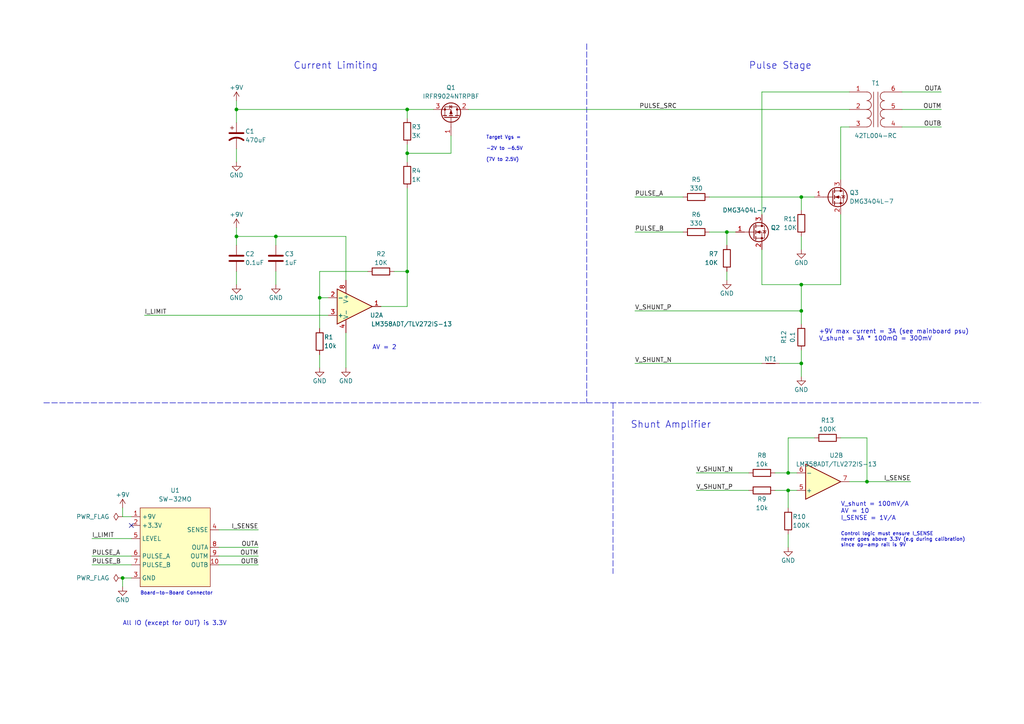
<source format=kicad_sch>
(kicad_sch (version 20211123) (generator eeschema)
  (paper "A4")
  (title_block (title "SW-32MO11") (date "2022-06-10") (rev "1") (company "saawsm") (comment 2 "TO-252 package variant") (comment 4 "A single channel e-stim module driver board for the SW-324 board"))
  (lib_symbols
    (symbol "Amplifier_Operational:LMC6482" (pin_names (offset 0.127))
      (property "Reference" "U" (at 0 5.08 0))
      (property "Value" "LMC6482" (at 0 -5.08 0))
      (symbol "LMC6482_1_1"
        (polyline (pts (xy -5.08 5.08) (xy 5.08 0) (xy -5.08 -5.08) (xy -5.08 5.08)) (stroke (width 0.254)) (fill (type background)))
        (pin output line (at 7.62 0 180) (length 2.54) (name "~") (number "1"))
        (pin input line (at -7.62 -2.54 0) (length 2.54) (name "-") (number "2"))
        (pin input line (at -7.62 2.54 0) (length 2.54) (name "+") (number "3"))
      )
      (symbol "LMC6482_2_1"
        (polyline (pts (xy -5.08 5.08) (xy 5.08 0) (xy -5.08 -5.08) (xy -5.08 5.08)) (stroke (width 0.254)) (fill (type background)))
        (pin input line (at -7.62 2.54 0) (length 2.54) (name "+") (number "5"))
        (pin input line (at -7.62 -2.54 0) (length 2.54) (name "-") (number "6"))
        (pin output line (at 7.62 0 180) (length 2.54) (name "~") (number "7"))
      )
      (symbol "LMC6482_3_1"
        (pin power_in line (at -2.54 -7.62 90) (length 3.81) (name "V-") (number "4"))
        (pin power_in line (at -2.54 7.62 270) (length 3.81) (name "V+") (number "8"))
      )
    )
    (symbol "Device:C" (pin_numbers hide) (pin_names (offset 0.254))
      (property "Reference" "C" (at 0.635 2.54 0))
      (property "Value" "C" (at 0.635 -2.54 0))
      (symbol "C_0_1"
        (polyline (pts (xy -2.032 -0.762) (xy 2.032 -0.762)) (stroke (width 0.508)))
        (polyline (pts (xy -2.032 0.762) (xy 2.032 0.762)) (stroke (width 0.508)))
      )
      (symbol "C_1_1"
        (pin passive line (at 0 3.81 270) (length 2.794) (name "~") (number "1"))
        (pin passive line (at 0 -3.81 90) (length 2.794) (name "~") (number "2"))
      )
    )
    (symbol "Device:C_Polarized_US" (pin_numbers hide) (pin_names (offset 0.254) hide)
      (property "Reference" "C" (at 0.635 2.54 0))
      (property "Value" "C_Polarized_US" (at 0.635 -2.54 0))
      (symbol "C_Polarized_US_0_1"
        (polyline (pts (xy -2.032 0.762) (xy 2.032 0.762)) (stroke (width 0.508)))
        (polyline (pts (xy -1.778 2.286) (xy -0.762 2.286)))
        (polyline (pts (xy -1.27 1.778) (xy -1.27 2.794)))
        (arc (start 2.032 -1.27) (mid 0 -0.5572) (end -2.032 -1.27) (stroke (width 0.508)))
      )
      (symbol "C_Polarized_US_1_1"
        (pin passive line (at 0 3.81 270) (length 2.794) (name "~") (number "1"))
        (pin passive line (at 0 -3.81 90) (length 3.302) (name "~") (number "2"))
      )
    )
    (symbol "Device:NetTie_2" (pin_numbers hide) (pin_names (offset 0) hide)
      (property "Reference" "NT" (at 0 1.27 0))
      (property "Value" "NetTie_2" (at 0 -1.27 0))
      (symbol "NetTie_2_0_1"
        (polyline (pts (xy -1.27 0) (xy 1.27 0)) (stroke (width 0.254)))
      )
      (symbol "NetTie_2_1_1"
        (pin passive line (at -2.54 0 0) (length 2.54) (name "1") (number "1"))
        (pin passive line (at 2.54 0 180) (length 2.54) (name "2") (number "2"))
      )
    )
    (symbol "Device:Q_PMOS_GDS" (pin_names (offset 0) hide)
      (property "Reference" "Q" (at 5.08 1.27 0))
      (property "Value" "Q_PMOS_GDS" (at 5.08 -1.27 0))
      (symbol "Q_PMOS_GDS_0_1"
        (polyline (pts (xy 0.254 0) (xy -2.54 0)))
        (polyline (pts (xy 0.254 1.905) (xy 0.254 -1.905)) (stroke (width 0.254)))
        (polyline (pts (xy 0.762 -1.27) (xy 0.762 -2.286)) (stroke (width 0.254)))
        (polyline (pts (xy 0.762 0.508) (xy 0.762 -0.508)) (stroke (width 0.254)))
        (polyline (pts (xy 0.762 2.286) (xy 0.762 1.27)) (stroke (width 0.254)))
        (polyline (pts (xy 2.54 2.54) (xy 2.54 1.778)))
        (polyline (pts (xy 2.54 -2.54) (xy 2.54 0) (xy 0.762 0)))
        (polyline (pts (xy 0.762 1.778) (xy 3.302 1.778) (xy 3.302 -1.778) (xy 0.762 -1.778)))
        (polyline (pts (xy 2.286 0) (xy 1.27 0.381) (xy 1.27 -0.381) (xy 2.286 0)) (fill (type outline)))
        (polyline (pts (xy 2.794 -0.508) (xy 2.921 -0.381) (xy 3.683 -0.381) (xy 3.81 -0.254)))
        (polyline (pts (xy 3.302 -0.381) (xy 2.921 0.254) (xy 3.683 0.254) (xy 3.302 -0.381)))
        (circle (center 1.651 0) (radius 2.794) (stroke (width 0.254)))
        (circle (center 2.54 -1.778) (radius 0.254) (fill (type outline)))
        (circle (center 2.54 1.778) (radius 0.254) (fill (type outline)))
      )
      (symbol "Q_PMOS_GDS_1_1"
        (pin input line (at -5.08 0 0) (length 2.54) (name "G") (number "1"))
        (pin passive line (at 2.54 5.08 270) (length 2.54) (name "D") (number "2"))
        (pin passive line (at 2.54 -5.08 90) (length 2.54) (name "S") (number "3"))
      )
    )
    (symbol "Device:R" (pin_numbers hide) (pin_names (offset 0))
      (property "Reference" "R" (at 2.032 0 90))
      (property "Value" "R" (at 0 0 90))
      (symbol "R_0_1"
        (rectangle (start -1.016 -2.54) (end 1.016 2.54) (stroke (width 0.254)))
      )
      (symbol "R_1_1"
        (pin passive line (at 0 3.81 270) (length 1.27) (name "~") (number "1"))
        (pin passive line (at 0 -3.81 90) (length 1.27) (name "~") (number "2"))
      )
    )
    (symbol "SaawLib:SW-32MO"
      (property "Reference" "J" (at 0 11.43 0))
      (property "Value" "SW-32MO" (at 0 -13.97 0))
      (symbol "SW-32MO_0_1"
        (rectangle (start -10.16 10.16) (end 10.16 -12.7) (fill (type background)))
      )
      (symbol "SW-32MO_1_1"
        (pin power_in line (at -12.7 7.62 0) (length 2.54) (name "+9V") (number "1"))
        (pin power_out line (at 12.7 -6.35 180) (length 2.54) (name "OUTB") (number "10"))
        (pin power_in line (at -12.7 5.08 0) (length 2.54) (name "+3.3V") (number "2"))
        (pin power_in line (at -12.7 -10.16 0) (length 2.54) (name "GND") (number "3"))
        (pin bidirectional line (at 12.7 3.81 180) (length 2.54) (name "SENSE") (number "4"))
        (pin bidirectional line (at -12.7 1.27 0) (length 2.54) (name "LEVEL") (number "5"))
        (pin bidirectional line (at -12.7 -3.81 0) (length 2.54) (name "PULSE_A") (number "6"))
        (pin bidirectional line (at -12.7 -6.35 0) (length 2.54) (name "PULSE_B") (number "7"))
        (pin power_out line (at 12.7 -1.27 180) (length 2.54) (name "OUTA") (number "8"))
        (pin power_out line (at 12.7 -3.81 180) (length 2.54) (name "OUTM") (number "9"))
      )
    )
    (symbol "SaawLib:Transformer_SP_SS" (pin_names hide)
      (property "Reference" "T" (at 0 10.16 0))
      (property "Value" "Transformer_SP_SS" (at 0 7.62 0))
      (symbol "Transformer_SP_SS_0_1"
        (arc (start -2.54 -5.0546) (mid -1.6561 -4.6863) (end -1.27 -3.81))
        (arc (start -2.54 -2.5146) (mid -1.6561 -2.1463) (end -1.27 -1.27))
        (arc (start -2.54 0.0254) (mid -1.6561 0.3937) (end -1.27 1.27))
        (arc (start -2.54 2.5654) (mid -1.6561 2.9337) (end -1.27 3.81))
        (arc (start -1.27 -3.81) (mid -1.642 -2.912) (end -2.54 -2.54))
        (arc (start -1.27 -1.27) (mid -1.642 -0.372) (end -2.54 0))
        (arc (start -1.27 1.27) (mid -1.642 2.168) (end -2.54 2.54))
        (arc (start -1.27 3.81) (mid -1.642 4.708) (end -2.54 5.08))
        (polyline (pts (xy -0.635 5.08) (xy -0.635 -5.08)))
        (polyline (pts (xy 0.635 -5.08) (xy 0.635 5.08)))
        (arc (start 1.2954 -1.27) (mid 1.6599 -2.1501) (end 2.54 -2.5146))
        (arc (start 1.2954 1.27) (mid 1.6599 0.3899) (end 2.54 0.0254))
        (arc (start 1.2954 3.81) (mid 1.6599 2.9299) (end 2.54 2.5654))
        (arc (start 1.3208 -3.81) (mid 1.6853 -4.6901) (end 2.5654 -5.0546))
        (arc (start 2.54 0) (mid 1.6456 -0.3683) (end 1.2954 -1.27))
        (arc (start 2.54 2.54) (mid 1.6456 2.1717) (end 1.2954 1.27))
        (arc (start 2.54 5.08) (mid 1.6456 4.7117) (end 1.2954 3.81))
        (arc (start 2.5654 -2.54) (mid 1.671 -2.9083) (end 1.3208 -3.81))
      )
      (symbol "Transformer_SP_SS_1_1"
        (pin passive line (at -7.62 5.08 0) (length 5.08) (name "PR1") (number "1"))
        (pin passive line (at -7.62 0 0) (length 5.08) (name "PM") (number "2"))
        (pin passive line (at -7.62 -5.08 0) (length 5.08) (name "PR2") (number "3"))
        (pin passive line (at 7.62 -5.08 180) (length 5.08) (name "S1") (number "4"))
        (pin passive line (at 7.62 0 180) (length 5.08) (name "SM") (number "5"))
        (pin passive line (at 7.62 5.08 180) (length 5.08) (name "S2") (number "6"))
      )
    )
    (symbol "Transistor_FET:DMN2041L" (pin_names hide)
      (property "Reference" "Q" (at 5.08 1.905 0))
      (property "Value" "DMN2041L" (at 5.08 0 0))
      (symbol "DMN2041L_0_1"
        (polyline (pts (xy 0.254 0) (xy -2.54 0)))
        (polyline (pts (xy 0.254 1.905) (xy 0.254 -1.905)) (stroke (width 0.254)))
        (polyline (pts (xy 0.762 -1.27) (xy 0.762 -2.286)) (stroke (width 0.254)))
        (polyline (pts (xy 0.762 0.508) (xy 0.762 -0.508)) (stroke (width 0.254)))
        (polyline (pts (xy 0.762 2.286) (xy 0.762 1.27)) (stroke (width 0.254)))
        (polyline (pts (xy 2.54 2.54) (xy 2.54 1.778)))
        (polyline (pts (xy 2.54 -2.54) (xy 2.54 0) (xy 0.762 0)))
        (polyline (pts (xy 0.762 -1.778) (xy 3.302 -1.778) (xy 3.302 1.778) (xy 0.762 1.778)))
        (polyline (pts (xy 1.016 0) (xy 2.032 0.381) (xy 2.032 -0.381) (xy 1.016 0)) (fill (type outline)))
        (polyline (pts (xy 2.794 0.508) (xy 2.921 0.381) (xy 3.683 0.381) (xy 3.81 0.254)))
        (polyline (pts (xy 3.302 0.381) (xy 2.921 -0.254) (xy 3.683 -0.254) (xy 3.302 0.381)))
        (circle (center 1.651 0) (radius 2.794) (stroke (width 0.254)))
        (circle (center 2.54 -1.778) (radius 0.254) (fill (type outline)))
        (circle (center 2.54 1.778) (radius 0.254) (fill (type outline)))
      )
      (symbol "DMN2041L_1_1"
        (pin input line (at -5.08 0 0) (length 2.54) (name "G") (number "1"))
        (pin passive line (at 2.54 -5.08 90) (length 2.54) (name "S") (number "2"))
        (pin passive line (at 2.54 5.08 270) (length 2.54) (name "D") (number "3"))
      )
    )
    (symbol "power:+9V" (power) (pin_names (offset 0))
      (property "Value" "+9V" (at 0 3.556 0))
      (symbol "+9V_0_1"
        (polyline (pts (xy -0.762 1.27) (xy 0 2.54)))
        (polyline (pts (xy 0 0) (xy 0 2.54)))
        (polyline (pts (xy 0 2.54) (xy 0.762 1.27)))
      )
      (symbol "+9V_1_1"
        (pin power_in line (at 0 0 90) (length 0) hide (name "+9V") (number "1"))
      )
    )
    (symbol "power:GND" (power) (pin_names (offset 0))
      (property "Value" "GND" (at 0 -3.81 0))
      (symbol "GND_0_1"
        (polyline (pts (xy 0 0) (xy 0 -1.27) (xy 1.27 -1.27) (xy 0 -2.54) (xy -1.27 -1.27) (xy 0 -1.27)))
      )
      (symbol "GND_1_1"
        (pin power_in line (at 0 0 270) (length 0) hide (name "GND") (number "1"))
      )
    )
    (symbol "power:PWR_FLAG" (power) (pin_numbers hide) (pin_names (offset 0) hide)
      (property "Value" "PWR_FLAG" (at 0 3.81 0))
      (symbol "PWR_FLAG_0_0"
        (pin power_out line (at 0 0 90) (length 0) (name "pwr") (number "1"))
      )
      (symbol "PWR_FLAG_0_1"
        (polyline (pts (xy 0 0) (xy 0 1.27) (xy -1.016 1.905) (xy 0 2.54) (xy 1.016 1.905) (xy 0 1.27)))
      )
    )
  )
  (junction (at 80.01 68.58))
  (junction (at 232.41 105.41))
  (junction (at 118.11 44.45))
  (junction (at 232.41 57.15))
  (junction (at 228.6 137.16))
  (junction (at 251.46 139.7))
  (junction (at 118.11 78.74))
  (junction (at 118.11 31.75))
  (junction (at 232.41 82.55))
  (junction (at 68.58 31.75))
  (junction (at 228.6 142.24))
  (junction (at 232.41 90.17))
  (junction (at 35.56 167.64))
  (junction (at 210.82 67.31))
  (junction (at 68.58 68.58))
  (junction (at 92.71 86.36))
  (no_connect (at 38.1 152.4))
  (wire (pts (xy 80.01 68.58) (xy 100.33 68.58)))
  (wire (pts (xy 273.05 36.83) (xy 261.62 36.83)))
  (wire (pts (xy 232.41 101.6) (xy 232.41 105.41)))
  (wire (pts (xy 38.1 149.86) (xy 35.56 149.86)))
  (wire (pts (xy 68.58 78.74) (xy 68.58 82.55)))
  (wire (pts (xy 246.38 139.7) (xy 251.46 139.7)))
  (wire (pts (xy 80.01 71.12) (xy 80.01 68.58)))
  (wire (pts (xy 74.93 163.83) (xy 63.5 163.83)))
  (wire (pts (xy 232.41 57.15) (xy 232.41 60.96)))
  (wire (pts (xy 220.98 26.67) (xy 246.38 26.67)))
  (wire (pts (xy 232.41 68.58) (xy 232.41 72.39)))
  (wire (pts (xy 210.82 67.31) (xy 213.36 67.31)))
  (wire (pts (xy 68.58 68.58) (xy 68.58 71.12)))
  (wire (pts (xy 228.6 137.16) (xy 231.14 137.16)))
  (wire (pts (xy 74.93 158.75) (xy 63.5 158.75)))
  (wire (pts (xy 118.11 54.61) (xy 118.11 78.74)))
  (wire (pts (xy 224.79 142.24) (xy 228.6 142.24)))
  (wire (pts (xy 68.58 29.21) (xy 68.58 31.75)))
  (wire (pts (xy 118.11 78.74) (xy 118.11 88.9)))
  (wire (pts (xy 243.84 62.23) (xy 243.84 82.55)))
  (wire (pts (xy 220.98 82.55) (xy 232.41 82.55)))
  (wire (pts (xy 35.56 170.18) (xy 35.56 167.64)))
  (wire (pts (xy 210.82 78.74) (xy 210.82 81.28)))
  (wire (pts (xy 273.05 26.67) (xy 261.62 26.67)))
  (wire (pts (xy 232.41 105.41) (xy 232.41 109.22)))
  (wire (pts (xy 228.6 142.24) (xy 231.14 142.24)))
  (wire (pts (xy 68.58 31.75) (xy 68.58 35.56)))
  (wire (pts (xy 114.3 78.74) (xy 118.11 78.74)))
  (wire (pts (xy 110.49 88.9) (xy 118.11 88.9)))
  (wire (pts (xy 228.6 127) (xy 228.6 137.16)))
  (wire (pts (xy 100.33 96.52) (xy 100.33 106.68)))
  (wire (pts (xy 26.67 156.21) (xy 38.1 156.21)))
  (wire (pts (xy 273.05 31.75) (xy 261.62 31.75)))
  (wire (pts (xy 26.67 161.29) (xy 38.1 161.29)))
  (wire (pts (xy 68.58 66.04) (xy 68.58 68.58)))
  (wire (pts (xy 184.15 90.17) (xy 232.41 90.17)))
  (polyline (pts (xy 170.18 12.7) (xy 170.18 116.84)))
  (wire (pts (xy 220.98 26.67) (xy 220.98 62.23)))
  (wire (pts (xy 41.91 91.44) (xy 95.25 91.44)))
  (wire (pts (xy 228.6 154.94) (xy 228.6 158.75)))
  (wire (pts (xy 232.41 90.17) (xy 232.41 93.98)))
  (wire (pts (xy 251.46 139.7) (xy 264.16 139.7)))
  (wire (pts (xy 35.56 167.64) (xy 38.1 167.64)))
  (wire (pts (xy 243.84 36.83) (xy 243.84 52.07)))
  (wire (pts (xy 201.93 142.24) (xy 217.17 142.24)))
  (wire (pts (xy 184.15 57.15) (xy 198.12 57.15)))
  (wire (pts (xy 118.11 44.45) (xy 118.11 46.99)))
  (wire (pts (xy 92.71 102.87) (xy 92.71 106.68)))
  (wire (pts (xy 118.11 31.75) (xy 125.73 31.75)))
  (wire (pts (xy 118.11 41.91) (xy 118.11 44.45)))
  (wire (pts (xy 92.71 78.74) (xy 92.71 86.36)))
  (wire (pts (xy 224.79 137.16) (xy 228.6 137.16)))
  (wire (pts (xy 80.01 78.74) (xy 80.01 82.55)))
  (wire (pts (xy 68.58 31.75) (xy 118.11 31.75)))
  (wire (pts (xy 201.93 137.16) (xy 217.17 137.16)))
  (wire (pts (xy 243.84 36.83) (xy 246.38 36.83)))
  (wire (pts (xy 135.89 31.75) (xy 246.38 31.75)))
  (wire (pts (xy 210.82 67.31) (xy 210.82 71.12)))
  (wire (pts (xy 35.56 147.32) (xy 35.56 149.86)))
  (polyline (pts (xy 177.8 116.84) (xy 177.8 166.37)))
  (wire (pts (xy 92.71 86.36) (xy 95.25 86.36)))
  (wire (pts (xy 228.6 142.24) (xy 228.6 147.32)))
  (wire (pts (xy 232.41 82.55) (xy 243.84 82.55)))
  (wire (pts (xy 226.06 105.41) (xy 232.41 105.41)))
  (wire (pts (xy 205.74 67.31) (xy 210.82 67.31)))
  (polyline (pts (xy 170.18 116.84) (xy 284.48 116.84)))
  (wire (pts (xy 106.68 78.74) (xy 92.71 78.74)))
  (wire (pts (xy 220.98 72.39) (xy 220.98 82.55)))
  (wire (pts (xy 243.84 127) (xy 251.46 127)))
  (wire (pts (xy 232.41 57.15) (xy 236.22 57.15)))
  (wire (pts (xy 74.93 161.29) (xy 63.5 161.29)))
  (wire (pts (xy 184.15 67.31) (xy 198.12 67.31)))
  (wire (pts (xy 205.74 57.15) (xy 232.41 57.15)))
  (wire (pts (xy 63.5 153.67) (xy 74.93 153.67)))
  (wire (pts (xy 236.22 127) (xy 228.6 127)))
  (polyline (pts (xy 12.7 116.84) (xy 170.18 116.84)))
  (wire (pts (xy 118.11 31.75) (xy 118.11 34.29)))
  (wire (pts (xy 68.58 68.58) (xy 80.01 68.58)))
  (wire (pts (xy 130.81 44.45) (xy 118.11 44.45)))
  (wire (pts (xy 232.41 82.55) (xy 232.41 90.17)))
  (wire (pts (xy 92.71 86.36) (xy 92.71 95.25)))
  (wire (pts (xy 100.33 68.58) (xy 100.33 81.28)))
  (wire (pts (xy 251.46 127) (xy 251.46 139.7)))
  (wire (pts (xy 184.15 105.41) (xy 220.98 105.41)))
  (wire (pts (xy 68.58 43.18) (xy 68.58 46.99)))
  (wire (pts (xy 26.67 163.83) (xy 38.1 163.83)))
  (wire (pts (xy 130.81 39.37) (xy 130.81 44.45)))
  (text "+9V max current = 3A (see mainboard psu)\nV_shunt = 3A * 100mΩ = 300mV" (at 237.49 99.06 0) (effects (font (size 1.27 1.27)) (justify left bottom)))
  (text "V_shunt = 100mV/A\nAV = 10\nI_SENSE = 1V/A" (at 243.84 151.13 0) (effects (font (size 1.27 1.27)) (justify left bottom)))
  (text "AV = 2" (at 107.95 101.6 0) (effects (font (size 1.27 1.27)) (justify left bottom)))
  (text "Shunt Amplifier" (at 182.88 124.46 0) (effects (font (size 2 2)) (justify left bottom)))
  (text "Pulse Stage" (at 217.17 20.32 0) (effects (font (size 2 2)) (justify left bottom)))
  (text "Target Vgs = \n\n-2V to -6.5V\n\n(7V to 2.5V)" (at 140.97 46.99 0) (effects (font (size 1 1)) (justify left bottom)))
  (text "Current Limiting" (at 85.09 20.32 0) (effects (font (size 2 2)) (justify left bottom)))
  (text "All IO (except for OUT) is 3.3V" (at 35.56 181.61 0) (effects (font (size 1.27 1.27)) (justify left bottom)))
  (text "Board-to-Board Connector" (at 40.64 172.72 0) (effects (font (size 1 1)) (justify left bottom)))
  (text "Control logic must ensure I_SENSE\nnever goes above 3.3V (e.g during calibration)\nsince op-amp rail is 9V" (at 243.84 158.75 0) (effects (font (size 1 1)) (justify left bottom)))
  (label "OUTA" (at 74.93 158.75 180))
  (label "I_LIMIT" (at 26.67 156.21 0))
  (label "OUTA" (at 273.05 26.67 180))
  (label "PULSE_A" (at 184.15 57.15 0))
  (label "V_SHUNT_P" (at 184.15 90.17 0))
  (label "OUTM" (at 273.05 31.75 180))
  (label "V_SHUNT_N" (at 184.15 105.41 0))
  (label "OUTB" (at 74.93 163.83 180))
  (label "PULSE_B" (at 26.67 163.83 0))
  (label "I_SENSE" (at 264.16 139.7 180))
  (label "PULSE_B" (at 184.15 67.31 0))
  (label "I_SENSE" (at 74.93 153.67 180))
  (label "OUTB" (at 273.05 36.83 180))
  (label "PULSE_A" (at 26.67 161.29 0))
  (label "V_SHUNT_N" (at 201.93 137.16 0))
  (label "OUTM" (at 74.93 161.29 180))
  (label "I_LIMIT" (at 41.91 91.44 0))
  (label "PULSE_SRC" (at 185.42 31.75 0))
  (label "V_SHUNT_P" (at 201.93 142.24 0))
  (symbol (lib_id "Device:NetTie_2") (at 223.52 105.41 0) (unit 1) (in_bom no)
    (property "Reference" "NT1" (at 223.52 104.14 0))
    (property "Value" "NetTie_2" (effects hide))
    (property "Footprint" "NetTie:NetTie-2_SMD_Pad0.5mm" (effects hide))
  )
  (symbol (lib_id "Device:R") (at 92.71 99.06 0) (unit 1)
    (property "Reference" "R1" (at 93.98 97.79 0) (effects (justify left)))
    (property "Value" "10k" (at 93.98 100.33 0) (effects (justify left)))
    (property "Footprint" "Resistor_SMD:R_0603_1608Metric" (effects hide))
    (property "MPN" "RC0603FR-0710KL" (effects hide))
  )
  (symbol (lib_id "Device:Q_PMOS_GDS") (at 130.81 34.29 270) (mirror x) (unit 1)
    (property "Reference" "Q1" (at 130.81 25.4 90))
    (property "Value" "IRFR9024NTRPBF" (at 130.81 27.94 90))
    (property "Footprint" "Package_TO_SOT_SMD:TO-252-3_TabPin2" (effects hide))
    (property "MPN" "IRFR9024NTRPBF" (effects hide))
  )
  (symbol (lib_id "power:GND") (at 210.82 81.28 0) (unit 1)
    (property "Reference" "#PWR011" (effects hide))
    (property "Value" "GND" (at 210.82 85.09 0))
  )
  (symbol (lib_id "SaawLib:Transformer_SP_SS") (at 254 31.75 0) (unit 1)
    (property "Reference" "T1" (at 254 24.13 0))
    (property "Value" "42TL004-RC" (at 254 39.37 0))
    (property "Footprint" "SaawLib:42TL" (effects hide))
    (property "Datasheet" "https://au.mouser.com/datasheet/2/449/Yuetone_XC-600127-1212403.pdf" (effects hide))
    (property "MPN" "42TL004-RC" (effects hide))
  )
  (symbol (lib_id "Device:R") (at 232.41 97.79 0) (unit 1)
    (property "Reference" "R12" (at 227.33 97.79 90))
    (property "Value" "0.1" (at 229.87 97.79 90))
    (property "Footprint" "Resistor_SMD:R_1206_3216Metric" (effects hide))
    (property "MPN" "ERJ-8BWFR100V" (effects hide))
  )
  (symbol (lib_id "power:GND") (at 232.41 72.39 0) (unit 1)
    (property "Reference" "#PWR013" (effects hide))
    (property "Value" "GND" (at 232.41 76.2 0))
  )
  (symbol (lib_id "Transistor_FET:DMN2041L") (at 241.3 57.15 0) (unit 1)
    (property "Reference" "Q3" (at 246.38 55.88 0) (effects (justify left)))
    (property "Value" "DMG3404L-7" (at 246.38 58.42 0) (effects (justify left)))
    (property "Footprint" "Package_TO_SOT_SMD:SOT-23" (effects hide))
    (property "Datasheet" "https://www.diodes.com/assets/Datasheets/products_inactive_data/DMN2041L.pdf" (effects hide))
    (property "MPN" "DMG3404L-7" (effects hide))
  )
  (symbol (lib_id "Device:C") (at 68.58 74.93 0) (unit 1)
    (property "Reference" "C2" (at 71.12 73.66 0) (effects (justify left)))
    (property "Value" "0.1uF" (at 71.12 76.2 0) (effects (justify left)))
    (property "Footprint" "Capacitor_SMD:C_0603_1608Metric" (effects hide))
    (property "MPN" "CL10B104KB8NNWC" (effects hide))
  )
  (symbol (lib_id "Device:R") (at 220.98 137.16 90) (unit 1)
    (property "Reference" "R8" (at 220.98 132.08 90))
    (property "Value" "10k" (at 220.98 134.62 90))
    (property "Footprint" "Resistor_SMD:R_0603_1608Metric" (effects hide))
    (property "MPN" "RC0603FR-0710KL" (effects hide))
  )
  (symbol (lib_id "Transistor_FET:DMN2041L") (at 218.44 67.31 0) (unit 1)
    (property "Reference" "Q2" (at 223.52 66.04 0) (effects (justify left)))
    (property "Value" "DMG3404L-7" (at 209.55 60.96 0) (effects (justify left)))
    (property "Footprint" "Package_TO_SOT_SMD:SOT-23" (effects hide))
    (property "Datasheet" "https://www.diodes.com/assets/Datasheets/products_inactive_data/DMN2041L.pdf" (effects hide))
    (property "MPN" "DMG3404L-7" (effects hide))
  )
  (symbol (lib_id "power:PWR_FLAG") (at 35.56 167.64 90) (unit 1)
    (property "Reference" "#FLG02" (effects hide))
    (property "Value" "PWR_FLAG" (at 31.75 167.6399 90) (effects (justify left)))
  )
  (symbol (lib_id "power:GND") (at 92.71 106.68 0) (unit 1)
    (property "Reference" "#PWR08" (effects hide))
    (property "Value" "GND" (at 92.71 110.49 0))
  )
  (symbol (lib_id "Device:R") (at 232.41 64.77 0) (unit 1)
    (property "Reference" "R11" (at 231.14 63.5 0) (effects (justify right)))
    (property "Value" "10K" (at 231.14 66.04 0) (effects (justify right)))
    (property "Footprint" "Resistor_SMD:R_0603_1608Metric" (effects hide))
    (property "MPN" "RC0603FR-0710KL" (effects hide))
  )
  (symbol (lib_id "SaawLib:SW-32MO") (at 50.8 157.48 0) (unit 1)
    (property "Reference" "U1" (at 50.8 142.24 0))
    (property "Value" "SW-32MO" (at 50.8 144.78 0))
    (property "Footprint" "SaawLib:SW-32MO_Header" (effects hide))
  )
  (symbol (lib_id "Device:R") (at 201.93 67.31 270) (unit 1)
    (property "Reference" "R6" (at 201.93 62.23 90))
    (property "Value" "330" (at 201.93 64.77 90))
    (property "Footprint" "Resistor_SMD:R_0603_1608Metric" (effects hide))
    (property "MPN" "RC0603FR-07330RL" (effects hide))
  )
  (symbol (lib_id "Device:R") (at 240.03 127 90) (unit 1)
    (property "Reference" "R13" (at 240.03 121.92 90))
    (property "Value" "100K" (at 240.03 124.46 90))
    (property "Footprint" "Resistor_SMD:R_0603_1608Metric" (effects hide))
    (property "MPN" "RC0603FR-07100KL" (effects hide))
  )
  (symbol (lib_id "power:+9V") (at 68.58 66.04 0) (unit 1)
    (property "Reference" "#PWR05" (effects hide))
    (property "Value" "+9V" (at 68.58 62.23 0))
  )
  (symbol (lib_id "Device:R") (at 201.93 57.15 270) (unit 1)
    (property "Reference" "R5" (at 201.93 52.07 90))
    (property "Value" "330" (at 201.93 54.61 90))
    (property "Footprint" "Resistor_SMD:R_0603_1608Metric" (effects hide))
    (property "MPN" "RC0603FR-07330RL" (effects hide))
  )
  (symbol (lib_id "Device:C") (at 80.01 74.93 0) (unit 1)
    (property "Reference" "C3" (at 82.55 73.66 0) (effects (justify left)))
    (property "Value" "1uF" (at 82.55 76.2 0) (effects (justify left)))
    (property "Footprint" "Capacitor_SMD:C_0603_1608Metric" (effects hide))
    (property "MPN" "CL10B105KA8NFNC" (effects hide))
  )
  (symbol (lib_id "Device:R") (at 110.49 78.74 270) (unit 1)
    (property "Reference" "R2" (at 110.49 73.66 90))
    (property "Value" "10K" (at 110.49 76.2 90))
    (property "Footprint" "Resistor_SMD:R_0603_1608Metric" (effects hide))
    (property "MPN" "RC0603FR-0710KL" (effects hide))
  )
  (symbol (lib_id "power:PWR_FLAG") (at 35.56 149.86 90) (unit 1)
    (property "Reference" "#FLG01" (effects hide))
    (property "Value" "PWR_FLAG" (at 31.75 149.8599 90) (effects (justify left)))
  )
  (symbol (lib_id "power:GND") (at 68.58 82.55 0) (unit 1)
    (property "Reference" "#PWR06" (effects hide))
    (property "Value" "GND" (at 68.58 86.36 0))
  )
  (symbol (lib_id "Amplifier_Operational:LMC6482") (at 102.87 88.9 0) (unit 3)
    (property "Reference" "U2" (effects hide))
    (property "Value" "LM358ADT/TLV272IS-13" (effects hide))
    (property "Footprint" "Package_SO:SOIC-8_3.9x4.9mm_P1.27mm" (effects hide))
    (property "Datasheet" "http://www.ti.com/lit/ds/symlink/lmc6482.pdf" (effects hide))
    (property "MPN" "TLV272IS-13" (effects hide))
  )
  (symbol (lib_id "power:+9V") (at 35.56 147.32 0) (unit 1)
    (property "Reference" "#PWR01" (effects hide))
    (property "Value" "+9V" (at 35.56 143.51 0))
  )
  (symbol (lib_id "Device:R") (at 228.6 151.13 0) (unit 1)
    (property "Reference" "R10" (at 229.87 149.86 0) (effects (justify left)))
    (property "Value" "100K" (at 229.87 152.4 0) (effects (justify left)))
    (property "Footprint" "Resistor_SMD:R_0603_1608Metric" (effects hide))
    (property "MPN" "RC0603FR-07100KL" (effects hide))
  )
  (symbol (lib_id "power:+9V") (at 68.58 29.21 0) (unit 1)
    (property "Reference" "#PWR03" (effects hide))
    (property "Value" "+9V" (at 68.58 25.4 0))
  )
  (symbol (lib_id "power:GND") (at 100.33 106.68 0) (unit 1)
    (property "Reference" "#PWR09" (effects hide))
    (property "Value" "GND" (at 100.33 110.49 0))
  )
  (symbol (lib_id "power:GND") (at 232.41 109.22 0) (unit 1)
    (property "Reference" "#PWR014" (effects hide))
    (property "Value" "GND" (at 232.41 113.03 0))
  )
  (symbol (lib_id "power:GND") (at 68.58 46.99 0) (unit 1)
    (property "Reference" "#PWR04" (effects hide))
    (property "Value" "GND" (at 68.58 50.8 0))
  )
  (symbol (lib_id "power:GND") (at 80.01 82.55 0) (unit 1)
    (property "Reference" "#PWR07" (effects hide))
    (property "Value" "GND" (at 80.01 86.36 0))
  )
  (symbol (lib_id "Device:R") (at 118.11 50.8 180) (unit 1)
    (property "Reference" "R4" (at 119.38 49.53 0) (effects (justify right)))
    (property "Value" "1K" (at 119.38 52.07 0) (effects (justify right)))
    (property "Footprint" "Resistor_SMD:R_0603_1608Metric" (effects hide))
    (property "MPN" "RC0603FR-071KL" (effects hide))
  )
  (symbol (lib_id "power:GND") (at 35.56 170.18 0) (unit 1)
    (property "Reference" "#PWR02" (effects hide))
    (property "Value" "GND" (at 35.56 173.99 0))
  )
  (symbol (lib_id "Amplifier_Operational:LMC6482") (at 238.76 139.7 0) (mirror x) (unit 2)
    (property "Reference" "U2" (at 242.57 132.08 0))
    (property "Value" "LM358ADT/TLV272IS-13" (at 242.57 134.62 0))
    (property "Footprint" "Package_SO:SOIC-8_3.9x4.9mm_P1.27mm" (effects hide))
    (property "Datasheet" "http://www.ti.com/lit/ds/symlink/lmc6482.pdf" (effects hide))
    (property "MPN" "TLV272IS-13" (effects hide))
  )
  (symbol (lib_id "Amplifier_Operational:LMC6482") (at 102.87 88.9 0) (mirror x) (unit 1)
    (property "Reference" "U2" (at 109.22 91.44 0))
    (property "Value" "LM358ADT/TLV272IS-13" (at 119.38 93.98 0))
    (property "Footprint" "Package_SO:SOIC-8_3.9x4.9mm_P1.27mm" (effects hide))
    (property "Datasheet" "http://www.ti.com/lit/ds/symlink/lmc6482.pdf" (effects hide))
    (property "MPN" "TLV272IS-13" (effects hide))
  )
  (symbol (lib_id "Device:R") (at 118.11 38.1 180) (unit 1)
    (property "Reference" "R3" (at 119.38 36.83 0) (effects (justify right)))
    (property "Value" "3K" (at 119.38 39.37 0) (effects (justify right)))
    (property "Footprint" "Resistor_SMD:R_0603_1608Metric" (effects hide))
    (property "MPN" "RC0603FR-073KL" (effects hide))
  )
  (symbol (lib_id "Device:R") (at 210.82 74.93 0) (unit 1)
    (property "Reference" "R7" (at 208.28 73.6599 0) (effects (justify right)))
    (property "Value" "10K" (at 208.28 76.1999 0) (effects (justify right)))
    (property "Footprint" "Resistor_SMD:R_0603_1608Metric" (effects hide))
    (property "MPN" "RC0603FR-0710KL" (effects hide))
  )
  (symbol (lib_id "Device:C_Polarized_US") (at 68.58 39.37 0) (unit 1)
    (property "Reference" "C1" (at 71.12 38.1 0) (effects (justify left)))
    (property "Value" "470uF" (at 71.12 40.64 0) (effects (justify left)))
    (property "Footprint" "Capacitor_THT:CP_Radial_D8.0mm_P3.50mm" (effects hide))
    (property "MPN" "477CKE016M" (effects hide))
  )
  (symbol (lib_id "power:GND") (at 228.6 158.75 0) (unit 1)
    (property "Reference" "#PWR012" (effects hide))
    (property "Value" "GND" (at 228.6 162.56 0))
  )
  (symbol (lib_id "Device:R") (at 220.98 142.24 90) (unit 1)
    (property "Reference" "R9" (at 220.98 144.78 90))
    (property "Value" "10k" (at 220.98 147.32 90))
    (property "Footprint" "Resistor_SMD:R_0603_1608Metric" (effects hide))
    (property "MPN" "RC0603FR-0710KL" (effects hide))
  )
)
</source>
